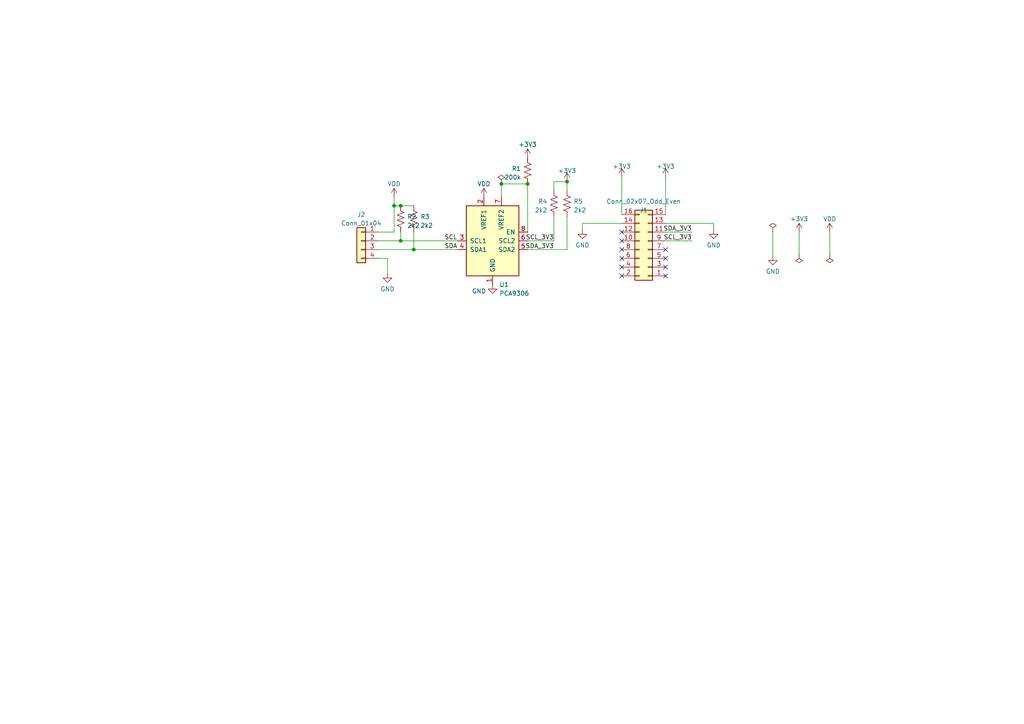
<source format=kicad_sch>
(kicad_sch (version 20230121) (generator eeschema)
  (paper "A4")
  (lib_symbols
    (symbol "Connector_Generic:Conn_01x04" (pin_names (offset 1.016) hide)
      (property "Reference" "J" (at 0 5.08 0))
      (property "Value" "Conn_01x04" (at 0 -7.62 0))
      (symbol "Conn_01x04_1_1"
        (rectangle (start -1.27 -4.953) (end 0 -5.207) (stroke (width 0.1524)))
        (rectangle (start -1.27 -2.413) (end 0 -2.667) (stroke (width 0.1524)))
        (rectangle (start -1.27 0.127) (end 0 -0.127) (stroke (width 0.1524)))
        (rectangle (start -1.27 2.667) (end 0 2.413) (stroke (width 0.1524)))
        (rectangle (start -1.27 3.81) (end 1.27 -6.35) (stroke (width 0.254)) (fill (type background)))
        (pin passive line (at -5.08 2.54 0) (length 3.81) (name "Pin_1") (number "1"))
        (pin passive line (at -5.08 0 0) (length 3.81) (name "Pin_2") (number "2"))
        (pin passive line (at -5.08 -2.54 0) (length 3.81) (name "Pin_3") (number "3"))
        (pin passive line (at -5.08 -5.08 0) (length 3.81) (name "Pin_4") (number "4"))
      )
    )
    (symbol "Connector_Generic:Conn_02x08_Odd_Even" (pin_names (offset 1.016) hide)
      (property "Reference" "J" (at 1.27 10.16 0))
      (property "Value" "Conn_02x08_Odd_Even" (at 1.27 -12.7 0))
      (symbol "Conn_02x08_Odd_Even_1_1"
        (rectangle (start -1.27 -10.033) (end 0 -10.287) (stroke (width 0.1524)))
        (rectangle (start -1.27 -7.493) (end 0 -7.747) (stroke (width 0.1524)))
        (rectangle (start -1.27 -4.953) (end 0 -5.207) (stroke (width 0.1524)))
        (rectangle (start -1.27 -2.413) (end 0 -2.667) (stroke (width 0.1524)))
        (rectangle (start -1.27 0.127) (end 0 -0.127) (stroke (width 0.1524)))
        (rectangle (start -1.27 2.667) (end 0 2.413) (stroke (width 0.1524)))
        (rectangle (start -1.27 5.207) (end 0 4.953) (stroke (width 0.1524)))
        (rectangle (start -1.27 7.747) (end 0 7.493) (stroke (width 0.1524)))
        (rectangle (start -1.27 8.89) (end 3.81 -11.43) (stroke (width 0.254)) (fill (type background)))
        (rectangle (start 3.81 -10.033) (end 2.54 -10.287) (stroke (width 0.1524)))
        (rectangle (start 3.81 -7.493) (end 2.54 -7.747) (stroke (width 0.1524)))
        (rectangle (start 3.81 -4.953) (end 2.54 -5.207) (stroke (width 0.1524)))
        (rectangle (start 3.81 -2.413) (end 2.54 -2.667) (stroke (width 0.1524)))
        (rectangle (start 3.81 0.127) (end 2.54 -0.127) (stroke (width 0.1524)))
        (rectangle (start 3.81 2.667) (end 2.54 2.413) (stroke (width 0.1524)))
        (rectangle (start 3.81 5.207) (end 2.54 4.953) (stroke (width 0.1524)))
        (rectangle (start 3.81 7.747) (end 2.54 7.493) (stroke (width 0.1524)))
        (pin passive line (at -5.08 7.62 0) (length 3.81) (name "Pin_1") (number "1"))
        (pin passive line (at 7.62 -2.54 180) (length 3.81) (name "Pin_10") (number "10"))
        (pin passive line (at -5.08 -5.08 0) (length 3.81) (name "Pin_11") (number "11"))
        (pin passive line (at 7.62 -5.08 180) (length 3.81) (name "Pin_12") (number "12"))
        (pin passive line (at -5.08 -7.62 0) (length 3.81) (name "Pin_13") (number "13"))
        (pin passive line (at 7.62 -7.62 180) (length 3.81) (name "Pin_14") (number "14"))
        (pin passive line (at -5.08 -10.16 0) (length 3.81) (name "Pin_15") (number "15"))
        (pin passive line (at 7.62 -10.16 180) (length 3.81) (name "Pin_16") (number "16"))
        (pin passive line (at 7.62 7.62 180) (length 3.81) (name "Pin_2") (number "2"))
        (pin passive line (at -5.08 5.08 0) (length 3.81) (name "Pin_3") (number "3"))
        (pin passive line (at 7.62 5.08 180) (length 3.81) (name "Pin_4") (number "4"))
        (pin passive line (at -5.08 2.54 0) (length 3.81) (name "Pin_5") (number "5"))
        (pin passive line (at 7.62 2.54 180) (length 3.81) (name "Pin_6") (number "6"))
        (pin passive line (at -5.08 0 0) (length 3.81) (name "Pin_7") (number "7"))
        (pin passive line (at 7.62 0 180) (length 3.81) (name "Pin_8") (number "8"))
        (pin passive line (at -5.08 -2.54 0) (length 3.81) (name "Pin_9") (number "9"))
      )
    )
    (symbol "Device:R_US" (pin_numbers hide) (pin_names (offset 0))
      (property "Reference" "R" (at 2.54 0 90))
      (property "Value" "R_US" (at -2.54 0 90))
      (symbol "R_US_0_1"
        (polyline (pts (xy 0 -2.286) (xy 0 -2.54)))
        (polyline (pts (xy 0 2.286) (xy 0 2.54)))
        (polyline (pts (xy 0 -0.762) (xy 1.016 -1.143) (xy 0 -1.524) (xy -1.016 -1.905) (xy 0 -2.286)))
        (polyline (pts (xy 0 0.762) (xy 1.016 0.381) (xy 0 0) (xy -1.016 -0.381) (xy 0 -0.762)))
        (polyline (pts (xy 0 2.286) (xy 1.016 1.905) (xy 0 1.524) (xy -1.016 1.143) (xy 0 0.762)))
      )
      (symbol "R_US_1_1"
        (pin passive line (at 0 3.81 270) (length 1.27) (name "~") (number "1"))
        (pin passive line (at 0 -3.81 90) (length 1.27) (name "~") (number "2"))
      )
    )
    (symbol "Interface:PCA9306" (pin_names (offset 1.016))
      (property "Reference" "U" (at -7.62 11.43 0))
      (property "Value" "PCA9306" (at 5.08 11.43 0))
      (symbol "PCA9306_0_1"
        (rectangle (start -7.62 10.16) (end 7.62 -10.16) (stroke (width 0.254)) (fill (type background)))
      )
      (symbol "PCA9306_1_1"
        (pin power_in line (at 0 -12.7 90) (length 2.54) (name "GND") (number "1"))
        (pin power_in line (at -2.54 12.7 270) (length 2.54) (name "VREF1") (number "2"))
        (pin bidirectional line (at -10.16 0 0) (length 2.54) (name "SCL1") (number "3"))
        (pin bidirectional line (at -10.16 -2.54 0) (length 2.54) (name "SDA1") (number "4"))
        (pin bidirectional line (at 10.16 -2.54 180) (length 2.54) (name "SDA2") (number "5"))
        (pin bidirectional line (at 10.16 0 180) (length 2.54) (name "SCL2") (number "6"))
        (pin power_in line (at 2.54 12.7 270) (length 2.54) (name "VREF2") (number "7"))
        (pin input line (at 10.16 2.54 180) (length 2.54) (name "EN") (number "8"))
      )
    )
    (symbol "power:+3V3" (power) (pin_names (offset 0))
      (property "Value" "+3V3" (at 0 3.556 0))
      (symbol "+3V3_0_1"
        (polyline (pts (xy -0.762 1.27) (xy 0 2.54)))
        (polyline (pts (xy 0 0) (xy 0 2.54)))
        (polyline (pts (xy 0 2.54) (xy 0.762 1.27)))
      )
      (symbol "+3V3_1_1"
        (pin power_in line (at 0 0 90) (length 0) hide (name "+3V3") (number "1"))
      )
    )
    (symbol "power:GND" (power) (pin_names (offset 0))
      (property "Value" "GND" (at 0 -3.81 0))
      (symbol "GND_0_1"
        (polyline (pts (xy 0 0) (xy 0 -1.27) (xy 1.27 -1.27) (xy 0 -2.54) (xy -1.27 -1.27) (xy 0 -1.27)))
      )
      (symbol "GND_1_1"
        (pin power_in line (at 0 0 270) (length 0) hide (name "GND") (number "1"))
      )
    )
    (symbol "power:PWR_FLAG" (power) (pin_numbers hide) (pin_names (offset 0) hide)
      (property "Value" "PWR_FLAG" (at 0 3.81 0))
      (symbol "PWR_FLAG_0_0"
        (pin power_out line (at 0 0 90) (length 0) (name "pwr") (number "1"))
      )
      (symbol "PWR_FLAG_0_1"
        (polyline (pts (xy 0 0) (xy 0 1.27) (xy -1.016 1.905) (xy 0 2.54) (xy 1.016 1.905) (xy 0 1.27)))
      )
    )
    (symbol "power:VDD" (power) (pin_names (offset 0))
      (property "Value" "VDD" (at 0 3.81 0))
      (symbol "VDD_0_1"
        (polyline (pts (xy -0.762 1.27) (xy 0 2.54)))
        (polyline (pts (xy 0 0) (xy 0 2.54)))
        (polyline (pts (xy 0 2.54) (xy 0.762 1.27)))
      )
      (symbol "VDD_1_1"
        (pin power_in line (at 0 0 90) (length 0) hide (name "VDD") (number "1"))
      )
    )
  )
  (junction (at 116.205 59.69))
  (junction (at 145.415 53.34))
  (junction (at 114.3 59.69))
  (junction (at 120.015 72.39))
  (junction (at 164.465 52.705))
  (junction (at 116.205 69.85))
  (junction (at 153.035 53.34))
  (no_connect (at 180.34 80.01))
  (no_connect (at 193.04 80.01))
  (no_connect (at 193.04 74.93))
  (no_connect (at 180.34 69.85))
  (no_connect (at 180.34 72.39))
  (no_connect (at 193.04 72.39))
  (no_connect (at 180.34 74.93))
  (no_connect (at 180.34 67.31))
  (no_connect (at 180.34 77.47))
  (no_connect (at 193.04 77.47))
  (wire (pts (xy 116.205 69.85) (xy 132.715 69.85)))
  (wire (pts (xy 180.34 51.435) (xy 180.34 62.23)))
  (wire (pts (xy 109.855 74.93) (xy 112.395 74.93)))
  (wire (pts (xy 164.465 52.705) (xy 164.465 55.245)))
  (wire (pts (xy 114.3 59.69) (xy 116.205 59.69)))
  (wire (pts (xy 160.655 62.865) (xy 160.655 69.85)))
  (wire (pts (xy 116.205 67.31) (xy 116.205 69.85)))
  (wire (pts (xy 114.3 59.69) (xy 114.3 57.15)))
  (wire (pts (xy 109.855 72.39) (xy 120.015 72.39)))
  (wire (pts (xy 153.035 53.34) (xy 153.035 67.31)))
  (wire (pts (xy 160.655 69.85) (xy 153.035 69.85)))
  (wire (pts (xy 193.04 51.435) (xy 193.04 62.23)))
  (wire (pts (xy 116.205 59.69) (xy 120.015 59.69)))
  (wire (pts (xy 160.655 52.705) (xy 164.465 52.705)))
  (wire (pts (xy 109.855 69.85) (xy 116.205 69.85)))
  (wire (pts (xy 153.035 53.34) (xy 145.415 53.34)))
  (wire (pts (xy 164.465 62.865) (xy 164.465 72.39)))
  (wire (pts (xy 168.91 64.77) (xy 180.34 64.77)))
  (wire (pts (xy 193.04 69.85) (xy 200.66 69.85)))
  (wire (pts (xy 240.665 67.31) (xy 240.665 73.66)))
  (wire (pts (xy 193.04 67.31) (xy 200.66 67.31)))
  (wire (pts (xy 168.91 66.675) (xy 168.91 64.77)))
  (wire (pts (xy 120.015 67.31) (xy 120.015 72.39)))
  (wire (pts (xy 231.775 67.31) (xy 231.775 73.66)))
  (wire (pts (xy 207.01 64.77) (xy 207.01 66.675)))
  (wire (pts (xy 145.415 53.34) (xy 145.415 57.15)))
  (wire (pts (xy 160.655 52.705) (xy 160.655 55.245)))
  (wire (pts (xy 109.855 67.31) (xy 114.3 67.31)))
  (wire (pts (xy 193.04 64.77) (xy 207.01 64.77)))
  (wire (pts (xy 224.155 67.31) (xy 224.155 74.295)))
  (wire (pts (xy 112.395 74.93) (xy 112.395 79.375)))
  (wire (pts (xy 153.035 72.39) (xy 164.465 72.39)))
  (wire (pts (xy 120.015 72.39) (xy 132.715 72.39)))
  (wire (pts (xy 114.3 67.31) (xy 114.3 59.69)))
  (label "SCL_3V3" (at 160.655 69.85 180))
  (label "SCL_3V3" (at 200.66 69.85 180))
  (label "SDA" (at 128.905 72.39 0))
  (label "SCL" (at 128.905 69.85 0))
  (label "SDA_3V3" (at 160.655 72.39 180))
  (label "SDA_3V3" (at 200.66 67.31 180))
  (symbol (lib_id "power:+3V3") (at 164.465 52.705 0) (unit 1)
    (property "Reference" "#PWR011" (effects hide))
    (property "Value" "+3V3" (at 164.465 49.53 0))
  )
  (symbol (lib_id "power:PWR_FLAG") (at 145.415 53.34 0) (unit 1)
    (property "Reference" "#FLG04" (effects hide))
    (property "Value" "PWR_FLAG" (effects hide))
  )
  (symbol (lib_id "Connector_Generic:Conn_01x04") (at 104.775 69.85 0) (mirror y) (unit 1)
    (property "Reference" "J2" (at 104.775 62.23 0))
    (property "Value" "Conn_01x04" (at 104.775 64.77 0))
    (property "Footprint" "Connector_PinHeader_2.54mm:PinHeader_1x04_P2.54mm_Vertical" (effects hide))
  )
  (symbol (lib_id "power:PWR_FLAG") (at 224.155 67.31 0) (unit 1)
    (property "Reference" "#FLG01" (effects hide))
    (property "Value" "PWR_FLAG" (effects hide))
  )
  (symbol (lib_id "power:+3V3") (at 153.035 45.72 0) (unit 1)
    (property "Reference" "#PWR08" (effects hide))
    (property "Value" "+3V3" (at 153.035 41.91 0))
  )
  (symbol (lib_id "power:GND") (at 112.395 79.375 0) (unit 1)
    (property "Reference" "#PWR06" (effects hide))
    (property "Value" "GND" (at 112.395 83.82 0))
  )
  (symbol (lib_id "power:+3V3") (at 231.775 67.31 0) (unit 1)
    (property "Reference" "#PWR010" (effects hide))
    (property "Value" "+3V3" (at 231.775 63.5 0))
  )
  (symbol (lib_id "power:VDD") (at 114.3 57.15 0) (unit 1)
    (property "Reference" "#PWR05" (effects hide))
    (property "Value" "VDD" (at 114.3 53.34 0))
  )
  (symbol (lib_id "Device:R_US") (at 120.015 63.5 0) (unit 1)
    (property "Reference" "R3" (at 121.92 62.865 0) (effects (justify left)))
    (property "Value" "2k2" (at 121.92 65.405 0) (effects (justify left)))
    (property "Footprint" "Resistor_SMD:R_0603_1608Metric" (effects hide))
    (property "LCSC Part #" "C4190" (effects hide))
  )
  (symbol (lib_id "power:PWR_FLAG") (at 231.775 73.66 0) (mirror x) (unit 1)
    (property "Reference" "#FLG02" (effects hide))
    (property "Value" "PWR_FLAG" (effects hide))
  )
  (symbol (lib_id "power:PWR_FLAG") (at 240.665 73.66 0) (mirror x) (unit 1)
    (property "Reference" "#FLG03" (effects hide))
    (property "Value" "PWR_FLAG" (effects hide))
  )
  (symbol (lib_id "power:+3V3") (at 193.04 51.435 0) (unit 1)
    (property "Reference" "#PWR01" (effects hide))
    (property "Value" "+3V3" (at 193.04 48.26 0))
  )
  (symbol (lib_id "power:+3V3") (at 180.34 51.435 0) (unit 1)
    (property "Reference" "#PWR02" (effects hide))
    (property "Value" "+3V3" (at 180.34 48.26 0))
  )
  (symbol (lib_id "Device:R_US") (at 160.655 59.055 0) (unit 1)
    (property "Reference" "R4" (at 158.75 58.42 0) (effects (justify right)))
    (property "Value" "2k2" (at 158.75 60.96 0) (effects (justify right)))
    (property "Footprint" "Resistor_SMD:R_0603_1608Metric" (effects hide))
    (property "LCSC Part #" "C4190" (effects hide))
  )
  (symbol (lib_id "Device:R_US") (at 153.035 49.53 0) (unit 1)
    (property "Reference" "R1" (at 151.13 48.895 0) (effects (justify right)))
    (property "Value" "200k" (at 151.13 51.435 0) (effects (justify right)))
    (property "Footprint" "Resistor_SMD:R_0603_1608Metric" (effects hide))
    (property "LCSC Part #" "C25811" (effects hide))
  )
  (symbol (lib_id "Connector_Generic:Conn_02x08_Odd_Even") (at 187.96 72.39 180) (unit 1)
    (property "Reference" "J1" (at 186.69 60.96 0))
    (property "Value" "Conn_02x07_Odd_Even" (at 186.69 58.42 0))
    (property "Footprint" "Connector_PinSocket_2.54mm:PinSocket_2x08_P2.54mm_Vertical" (effects hide))
    (property "LCSC Part #" "C72555" (effects hide))
  )
  (symbol (lib_id "power:GND") (at 224.155 74.295 0) (unit 1)
    (property "Reference" "#PWR013" (effects hide))
    (property "Value" "GND" (at 224.155 78.74 0))
  )
  (symbol (lib_id "Interface:PCA9306") (at 142.875 69.85 0) (unit 1)
    (property "Reference" "U1" (at 144.8309 82.55 0) (effects (justify left)))
    (property "Value" "PCA9306" (at 144.8309 85.09 0) (effects (justify left)))
    (property "Footprint" "Package_SO:VSSOP-8_2.3x2mm_P0.5mm" (effects hide))
    (property "Datasheet" "http://www.ti.com/lit/ds/symlink/pca9306.pdf" (effects hide))
    (property "LCSC Part #" "C129510" (effects hide))
  )
  (symbol (lib_id "power:GND") (at 207.01 66.675 0) (unit 1)
    (property "Reference" "#PWR03" (effects hide))
    (property "Value" "GND" (at 207.01 71.12 0))
  )
  (symbol (lib_id "power:VDD") (at 240.665 67.31 0) (unit 1)
    (property "Reference" "#PWR012" (effects hide))
    (property "Value" "VDD" (at 240.665 63.5 0))
  )
  (symbol (lib_id "Device:R_US") (at 164.465 59.055 0) (unit 1)
    (property "Reference" "R5" (at 166.37 58.42 0) (effects (justify left)))
    (property "Value" "2k2" (at 166.37 60.96 0) (effects (justify left)))
    (property "Footprint" "Resistor_SMD:R_0603_1608Metric" (effects hide))
    (property "LCSC Part #" "C4190" (effects hide))
  )
  (symbol (lib_id "Device:R_US") (at 116.205 63.5 0) (unit 1)
    (property "Reference" "R2" (at 118.11 62.865 0) (effects (justify left)))
    (property "Value" "2k2" (at 118.11 65.405 0) (effects (justify left)))
    (property "Footprint" "Resistor_SMD:R_0603_1608Metric" (effects hide))
    (property "LCSC Part #" "C4190" (effects hide))
  )
  (symbol (lib_id "power:VDD") (at 140.335 57.15 0) (unit 1)
    (property "Reference" "#PWR07" (effects hide))
    (property "Value" "VDD" (at 140.335 53.34 0))
  )
  (symbol (lib_id "power:GND") (at 168.91 66.675 0) (unit 1)
    (property "Reference" "#PWR04" (effects hide))
    (property "Value" "GND" (at 168.91 71.12 0))
  )
  (symbol (lib_id "power:GND") (at 142.875 82.55 0) (unit 1)
    (property "Reference" "#PWR09" (effects hide))
    (property "Value" "GND" (at 140.97 84.455 0) (effects (justify right)))
  )
)
</source>
